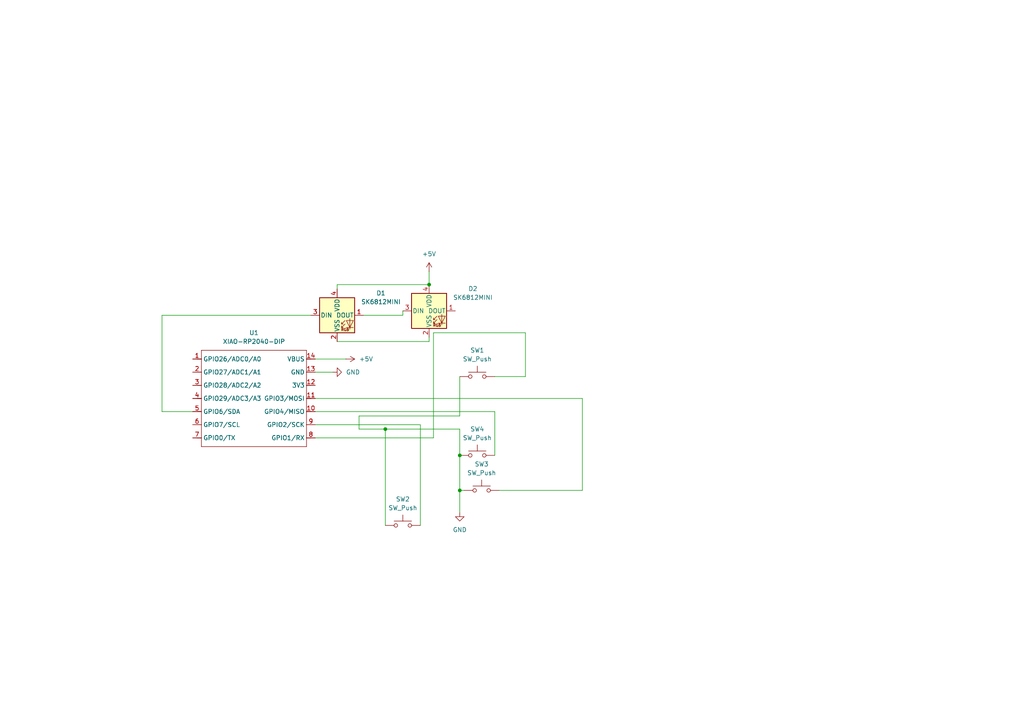
<source format=kicad_sch>
(kicad_sch
	(version 20250114)
	(generator "eeschema")
	(generator_version "9.0")
	(uuid "22054431-2c62-4279-94b2-57ea9823f499")
	(paper "A4")
	(lib_symbols
		(symbol "LED:SK6812MINI"
			(pin_names
				(offset 0.254)
			)
			(exclude_from_sim no)
			(in_bom yes)
			(on_board yes)
			(property "Reference" "D"
				(at 5.08 5.715 0)
				(effects
					(font
						(size 1.27 1.27)
					)
					(justify right bottom)
				)
			)
			(property "Value" "SK6812MINI"
				(at 1.27 -5.715 0)
				(effects
					(font
						(size 1.27 1.27)
					)
					(justify left top)
				)
			)
			(property "Footprint" "LED_SMD:LED_SK6812MINI_PLCC4_3.5x3.5mm_P1.75mm"
				(at 1.27 -7.62 0)
				(effects
					(font
						(size 1.27 1.27)
					)
					(justify left top)
					(hide yes)
				)
			)
			(property "Datasheet" "https://cdn-shop.adafruit.com/product-files/2686/SK6812MINI_REV.01-1-2.pdf"
				(at 2.54 -9.525 0)
				(effects
					(font
						(size 1.27 1.27)
					)
					(justify left top)
					(hide yes)
				)
			)
			(property "Description" "RGB LED with integrated controller"
				(at 0 0 0)
				(effects
					(font
						(size 1.27 1.27)
					)
					(hide yes)
				)
			)
			(property "ki_keywords" "RGB LED NeoPixel Mini addressable"
				(at 0 0 0)
				(effects
					(font
						(size 1.27 1.27)
					)
					(hide yes)
				)
			)
			(property "ki_fp_filters" "LED*SK6812MINI*PLCC*3.5x3.5mm*P1.75mm*"
				(at 0 0 0)
				(effects
					(font
						(size 1.27 1.27)
					)
					(hide yes)
				)
			)
			(symbol "SK6812MINI_0_0"
				(text "RGB"
					(at 2.286 -4.191 0)
					(effects
						(font
							(size 0.762 0.762)
						)
					)
				)
			)
			(symbol "SK6812MINI_0_1"
				(polyline
					(pts
						(xy 1.27 -2.54) (xy 1.778 -2.54)
					)
					(stroke
						(width 0)
						(type default)
					)
					(fill
						(type none)
					)
				)
				(polyline
					(pts
						(xy 1.27 -3.556) (xy 1.778 -3.556)
					)
					(stroke
						(width 0)
						(type default)
					)
					(fill
						(type none)
					)
				)
				(polyline
					(pts
						(xy 2.286 -1.524) (xy 1.27 -2.54) (xy 1.27 -2.032)
					)
					(stroke
						(width 0)
						(type default)
					)
					(fill
						(type none)
					)
				)
				(polyline
					(pts
						(xy 2.286 -2.54) (xy 1.27 -3.556) (xy 1.27 -3.048)
					)
					(stroke
						(width 0)
						(type default)
					)
					(fill
						(type none)
					)
				)
				(polyline
					(pts
						(xy 3.683 -1.016) (xy 3.683 -3.556) (xy 3.683 -4.064)
					)
					(stroke
						(width 0)
						(type default)
					)
					(fill
						(type none)
					)
				)
				(polyline
					(pts
						(xy 4.699 -1.524) (xy 2.667 -1.524) (xy 3.683 -3.556) (xy 4.699 -1.524)
					)
					(stroke
						(width 0)
						(type default)
					)
					(fill
						(type none)
					)
				)
				(polyline
					(pts
						(xy 4.699 -3.556) (xy 2.667 -3.556)
					)
					(stroke
						(width 0)
						(type default)
					)
					(fill
						(type none)
					)
				)
				(rectangle
					(start 5.08 5.08)
					(end -5.08 -5.08)
					(stroke
						(width 0.254)
						(type default)
					)
					(fill
						(type background)
					)
				)
			)
			(symbol "SK6812MINI_1_1"
				(pin input line
					(at -7.62 0 0)
					(length 2.54)
					(name "DIN"
						(effects
							(font
								(size 1.27 1.27)
							)
						)
					)
					(number "3"
						(effects
							(font
								(size 1.27 1.27)
							)
						)
					)
				)
				(pin power_in line
					(at 0 7.62 270)
					(length 2.54)
					(name "VDD"
						(effects
							(font
								(size 1.27 1.27)
							)
						)
					)
					(number "4"
						(effects
							(font
								(size 1.27 1.27)
							)
						)
					)
				)
				(pin power_in line
					(at 0 -7.62 90)
					(length 2.54)
					(name "VSS"
						(effects
							(font
								(size 1.27 1.27)
							)
						)
					)
					(number "2"
						(effects
							(font
								(size 1.27 1.27)
							)
						)
					)
				)
				(pin output line
					(at 7.62 0 180)
					(length 2.54)
					(name "DOUT"
						(effects
							(font
								(size 1.27 1.27)
							)
						)
					)
					(number "1"
						(effects
							(font
								(size 1.27 1.27)
							)
						)
					)
				)
			)
			(embedded_fonts no)
		)
		(symbol "OPL:XIAO-RP2040-DIP"
			(exclude_from_sim no)
			(in_bom yes)
			(on_board yes)
			(property "Reference" "U"
				(at 0 0 0)
				(effects
					(font
						(size 1.27 1.27)
					)
				)
			)
			(property "Value" "XIAO-RP2040-DIP"
				(at 5.334 -1.778 0)
				(effects
					(font
						(size 1.27 1.27)
					)
				)
			)
			(property "Footprint" "Module:MOUDLE14P-XIAO-DIP-SMD"
				(at 14.478 -32.258 0)
				(effects
					(font
						(size 1.27 1.27)
					)
					(hide yes)
				)
			)
			(property "Datasheet" ""
				(at 0 0 0)
				(effects
					(font
						(size 1.27 1.27)
					)
					(hide yes)
				)
			)
			(property "Description" ""
				(at 0 0 0)
				(effects
					(font
						(size 1.27 1.27)
					)
					(hide yes)
				)
			)
			(symbol "XIAO-RP2040-DIP_1_0"
				(polyline
					(pts
						(xy -1.27 -2.54) (xy 29.21 -2.54)
					)
					(stroke
						(width 0.1524)
						(type solid)
					)
					(fill
						(type none)
					)
				)
				(polyline
					(pts
						(xy -1.27 -5.08) (xy -2.54 -5.08)
					)
					(stroke
						(width 0.1524)
						(type solid)
					)
					(fill
						(type none)
					)
				)
				(polyline
					(pts
						(xy -1.27 -5.08) (xy -1.27 -2.54)
					)
					(stroke
						(width 0.1524)
						(type solid)
					)
					(fill
						(type none)
					)
				)
				(polyline
					(pts
						(xy -1.27 -8.89) (xy -2.54 -8.89)
					)
					(stroke
						(width 0.1524)
						(type solid)
					)
					(fill
						(type none)
					)
				)
				(polyline
					(pts
						(xy -1.27 -8.89) (xy -1.27 -5.08)
					)
					(stroke
						(width 0.1524)
						(type solid)
					)
					(fill
						(type none)
					)
				)
				(polyline
					(pts
						(xy -1.27 -12.7) (xy -2.54 -12.7)
					)
					(stroke
						(width 0.1524)
						(type solid)
					)
					(fill
						(type none)
					)
				)
				(polyline
					(pts
						(xy -1.27 -12.7) (xy -1.27 -8.89)
					)
					(stroke
						(width 0.1524)
						(type solid)
					)
					(fill
						(type none)
					)
				)
				(polyline
					(pts
						(xy -1.27 -16.51) (xy -2.54 -16.51)
					)
					(stroke
						(width 0.1524)
						(type solid)
					)
					(fill
						(type none)
					)
				)
				(polyline
					(pts
						(xy -1.27 -16.51) (xy -1.27 -12.7)
					)
					(stroke
						(width 0.1524)
						(type solid)
					)
					(fill
						(type none)
					)
				)
				(polyline
					(pts
						(xy -1.27 -20.32) (xy -2.54 -20.32)
					)
					(stroke
						(width 0.1524)
						(type solid)
					)
					(fill
						(type none)
					)
				)
				(polyline
					(pts
						(xy -1.27 -24.13) (xy -2.54 -24.13)
					)
					(stroke
						(width 0.1524)
						(type solid)
					)
					(fill
						(type none)
					)
				)
				(polyline
					(pts
						(xy -1.27 -27.94) (xy -2.54 -27.94)
					)
					(stroke
						(width 0.1524)
						(type solid)
					)
					(fill
						(type none)
					)
				)
				(polyline
					(pts
						(xy -1.27 -30.48) (xy -1.27 -16.51)
					)
					(stroke
						(width 0.1524)
						(type solid)
					)
					(fill
						(type none)
					)
				)
				(polyline
					(pts
						(xy 29.21 -2.54) (xy 29.21 -5.08)
					)
					(stroke
						(width 0.1524)
						(type solid)
					)
					(fill
						(type none)
					)
				)
				(polyline
					(pts
						(xy 29.21 -5.08) (xy 29.21 -8.89)
					)
					(stroke
						(width 0.1524)
						(type solid)
					)
					(fill
						(type none)
					)
				)
				(polyline
					(pts
						(xy 29.21 -8.89) (xy 29.21 -12.7)
					)
					(stroke
						(width 0.1524)
						(type solid)
					)
					(fill
						(type none)
					)
				)
				(polyline
					(pts
						(xy 29.21 -12.7) (xy 29.21 -30.48)
					)
					(stroke
						(width 0.1524)
						(type solid)
					)
					(fill
						(type none)
					)
				)
				(polyline
					(pts
						(xy 29.21 -30.48) (xy -1.27 -30.48)
					)
					(stroke
						(width 0.1524)
						(type solid)
					)
					(fill
						(type none)
					)
				)
				(polyline
					(pts
						(xy 30.48 -5.08) (xy 29.21 -5.08)
					)
					(stroke
						(width 0.1524)
						(type solid)
					)
					(fill
						(type none)
					)
				)
				(polyline
					(pts
						(xy 30.48 -8.89) (xy 29.21 -8.89)
					)
					(stroke
						(width 0.1524)
						(type solid)
					)
					(fill
						(type none)
					)
				)
				(polyline
					(pts
						(xy 30.48 -12.7) (xy 29.21 -12.7)
					)
					(stroke
						(width 0.1524)
						(type solid)
					)
					(fill
						(type none)
					)
				)
				(polyline
					(pts
						(xy 30.48 -16.51) (xy 29.21 -16.51)
					)
					(stroke
						(width 0.1524)
						(type solid)
					)
					(fill
						(type none)
					)
				)
				(polyline
					(pts
						(xy 30.48 -20.32) (xy 29.21 -20.32)
					)
					(stroke
						(width 0.1524)
						(type solid)
					)
					(fill
						(type none)
					)
				)
				(polyline
					(pts
						(xy 30.48 -24.13) (xy 29.21 -24.13)
					)
					(stroke
						(width 0.1524)
						(type solid)
					)
					(fill
						(type none)
					)
				)
				(polyline
					(pts
						(xy 30.48 -27.94) (xy 29.21 -27.94)
					)
					(stroke
						(width 0.1524)
						(type solid)
					)
					(fill
						(type none)
					)
				)
				(pin passive line
					(at -3.81 -5.08 0)
					(length 2.54)
					(name "GPIO26/ADC0/A0"
						(effects
							(font
								(size 1.27 1.27)
							)
						)
					)
					(number "1"
						(effects
							(font
								(size 1.27 1.27)
							)
						)
					)
				)
				(pin passive line
					(at -3.81 -8.89 0)
					(length 2.54)
					(name "GPIO27/ADC1/A1"
						(effects
							(font
								(size 1.27 1.27)
							)
						)
					)
					(number "2"
						(effects
							(font
								(size 1.27 1.27)
							)
						)
					)
				)
				(pin passive line
					(at -3.81 -12.7 0)
					(length 2.54)
					(name "GPIO28/ADC2/A2"
						(effects
							(font
								(size 1.27 1.27)
							)
						)
					)
					(number "3"
						(effects
							(font
								(size 1.27 1.27)
							)
						)
					)
				)
				(pin passive line
					(at -3.81 -16.51 0)
					(length 2.54)
					(name "GPIO29/ADC3/A3"
						(effects
							(font
								(size 1.27 1.27)
							)
						)
					)
					(number "4"
						(effects
							(font
								(size 1.27 1.27)
							)
						)
					)
				)
				(pin passive line
					(at -3.81 -20.32 0)
					(length 2.54)
					(name "GPIO6/SDA"
						(effects
							(font
								(size 1.27 1.27)
							)
						)
					)
					(number "5"
						(effects
							(font
								(size 1.27 1.27)
							)
						)
					)
				)
				(pin passive line
					(at -3.81 -24.13 0)
					(length 2.54)
					(name "GPIO7/SCL"
						(effects
							(font
								(size 1.27 1.27)
							)
						)
					)
					(number "6"
						(effects
							(font
								(size 1.27 1.27)
							)
						)
					)
				)
				(pin passive line
					(at -3.81 -27.94 0)
					(length 2.54)
					(name "GPIO0/TX"
						(effects
							(font
								(size 1.27 1.27)
							)
						)
					)
					(number "7"
						(effects
							(font
								(size 1.27 1.27)
							)
						)
					)
				)
				(pin passive line
					(at 31.75 -5.08 180)
					(length 2.54)
					(name "VBUS"
						(effects
							(font
								(size 1.27 1.27)
							)
						)
					)
					(number "14"
						(effects
							(font
								(size 1.27 1.27)
							)
						)
					)
				)
				(pin passive line
					(at 31.75 -8.89 180)
					(length 2.54)
					(name "GND"
						(effects
							(font
								(size 1.27 1.27)
							)
						)
					)
					(number "13"
						(effects
							(font
								(size 1.27 1.27)
							)
						)
					)
				)
				(pin passive line
					(at 31.75 -12.7 180)
					(length 2.54)
					(name "3V3"
						(effects
							(font
								(size 1.27 1.27)
							)
						)
					)
					(number "12"
						(effects
							(font
								(size 1.27 1.27)
							)
						)
					)
				)
				(pin passive line
					(at 31.75 -16.51 180)
					(length 2.54)
					(name "GPIO3/MOSI"
						(effects
							(font
								(size 1.27 1.27)
							)
						)
					)
					(number "11"
						(effects
							(font
								(size 1.27 1.27)
							)
						)
					)
				)
				(pin passive line
					(at 31.75 -20.32 180)
					(length 2.54)
					(name "GPIO4/MISO"
						(effects
							(font
								(size 1.27 1.27)
							)
						)
					)
					(number "10"
						(effects
							(font
								(size 1.27 1.27)
							)
						)
					)
				)
				(pin passive line
					(at 31.75 -24.13 180)
					(length 2.54)
					(name "GPIO2/SCK"
						(effects
							(font
								(size 1.27 1.27)
							)
						)
					)
					(number "9"
						(effects
							(font
								(size 1.27 1.27)
							)
						)
					)
				)
				(pin passive line
					(at 31.75 -27.94 180)
					(length 2.54)
					(name "GPIO1/RX"
						(effects
							(font
								(size 1.27 1.27)
							)
						)
					)
					(number "8"
						(effects
							(font
								(size 1.27 1.27)
							)
						)
					)
				)
			)
			(embedded_fonts no)
		)
		(symbol "Switch:SW_Push"
			(pin_numbers
				(hide yes)
			)
			(pin_names
				(offset 1.016)
				(hide yes)
			)
			(exclude_from_sim no)
			(in_bom yes)
			(on_board yes)
			(property "Reference" "SW"
				(at 1.27 2.54 0)
				(effects
					(font
						(size 1.27 1.27)
					)
					(justify left)
				)
			)
			(property "Value" "SW_Push"
				(at 0 -1.524 0)
				(effects
					(font
						(size 1.27 1.27)
					)
				)
			)
			(property "Footprint" ""
				(at 0 5.08 0)
				(effects
					(font
						(size 1.27 1.27)
					)
					(hide yes)
				)
			)
			(property "Datasheet" "~"
				(at 0 5.08 0)
				(effects
					(font
						(size 1.27 1.27)
					)
					(hide yes)
				)
			)
			(property "Description" "Push button switch, generic, two pins"
				(at 0 0 0)
				(effects
					(font
						(size 1.27 1.27)
					)
					(hide yes)
				)
			)
			(property "ki_keywords" "switch normally-open pushbutton push-button"
				(at 0 0 0)
				(effects
					(font
						(size 1.27 1.27)
					)
					(hide yes)
				)
			)
			(symbol "SW_Push_0_1"
				(circle
					(center -2.032 0)
					(radius 0.508)
					(stroke
						(width 0)
						(type default)
					)
					(fill
						(type none)
					)
				)
				(polyline
					(pts
						(xy 0 1.27) (xy 0 3.048)
					)
					(stroke
						(width 0)
						(type default)
					)
					(fill
						(type none)
					)
				)
				(circle
					(center 2.032 0)
					(radius 0.508)
					(stroke
						(width 0)
						(type default)
					)
					(fill
						(type none)
					)
				)
				(polyline
					(pts
						(xy 2.54 1.27) (xy -2.54 1.27)
					)
					(stroke
						(width 0)
						(type default)
					)
					(fill
						(type none)
					)
				)
				(pin passive line
					(at -5.08 0 0)
					(length 2.54)
					(name "1"
						(effects
							(font
								(size 1.27 1.27)
							)
						)
					)
					(number "1"
						(effects
							(font
								(size 1.27 1.27)
							)
						)
					)
				)
				(pin passive line
					(at 5.08 0 180)
					(length 2.54)
					(name "2"
						(effects
							(font
								(size 1.27 1.27)
							)
						)
					)
					(number "2"
						(effects
							(font
								(size 1.27 1.27)
							)
						)
					)
				)
			)
			(embedded_fonts no)
		)
		(symbol "power:+5V"
			(power)
			(pin_numbers
				(hide yes)
			)
			(pin_names
				(offset 0)
				(hide yes)
			)
			(exclude_from_sim no)
			(in_bom yes)
			(on_board yes)
			(property "Reference" "#PWR"
				(at 0 -3.81 0)
				(effects
					(font
						(size 1.27 1.27)
					)
					(hide yes)
				)
			)
			(property "Value" "+5V"
				(at 0 3.556 0)
				(effects
					(font
						(size 1.27 1.27)
					)
				)
			)
			(property "Footprint" ""
				(at 0 0 0)
				(effects
					(font
						(size 1.27 1.27)
					)
					(hide yes)
				)
			)
			(property "Datasheet" ""
				(at 0 0 0)
				(effects
					(font
						(size 1.27 1.27)
					)
					(hide yes)
				)
			)
			(property "Description" "Power symbol creates a global label with name \"+5V\""
				(at 0 0 0)
				(effects
					(font
						(size 1.27 1.27)
					)
					(hide yes)
				)
			)
			(property "ki_keywords" "global power"
				(at 0 0 0)
				(effects
					(font
						(size 1.27 1.27)
					)
					(hide yes)
				)
			)
			(symbol "+5V_0_1"
				(polyline
					(pts
						(xy -0.762 1.27) (xy 0 2.54)
					)
					(stroke
						(width 0)
						(type default)
					)
					(fill
						(type none)
					)
				)
				(polyline
					(pts
						(xy 0 2.54) (xy 0.762 1.27)
					)
					(stroke
						(width 0)
						(type default)
					)
					(fill
						(type none)
					)
				)
				(polyline
					(pts
						(xy 0 0) (xy 0 2.54)
					)
					(stroke
						(width 0)
						(type default)
					)
					(fill
						(type none)
					)
				)
			)
			(symbol "+5V_1_1"
				(pin power_in line
					(at 0 0 90)
					(length 0)
					(name "~"
						(effects
							(font
								(size 1.27 1.27)
							)
						)
					)
					(number "1"
						(effects
							(font
								(size 1.27 1.27)
							)
						)
					)
				)
			)
			(embedded_fonts no)
		)
		(symbol "power:GND"
			(power)
			(pin_numbers
				(hide yes)
			)
			(pin_names
				(offset 0)
				(hide yes)
			)
			(exclude_from_sim no)
			(in_bom yes)
			(on_board yes)
			(property "Reference" "#PWR"
				(at 0 -6.35 0)
				(effects
					(font
						(size 1.27 1.27)
					)
					(hide yes)
				)
			)
			(property "Value" "GND"
				(at 0 -3.81 0)
				(effects
					(font
						(size 1.27 1.27)
					)
				)
			)
			(property "Footprint" ""
				(at 0 0 0)
				(effects
					(font
						(size 1.27 1.27)
					)
					(hide yes)
				)
			)
			(property "Datasheet" ""
				(at 0 0 0)
				(effects
					(font
						(size 1.27 1.27)
					)
					(hide yes)
				)
			)
			(property "Description" "Power symbol creates a global label with name \"GND\" , ground"
				(at 0 0 0)
				(effects
					(font
						(size 1.27 1.27)
					)
					(hide yes)
				)
			)
			(property "ki_keywords" "global power"
				(at 0 0 0)
				(effects
					(font
						(size 1.27 1.27)
					)
					(hide yes)
				)
			)
			(symbol "GND_0_1"
				(polyline
					(pts
						(xy 0 0) (xy 0 -1.27) (xy 1.27 -1.27) (xy 0 -2.54) (xy -1.27 -1.27) (xy 0 -1.27)
					)
					(stroke
						(width 0)
						(type default)
					)
					(fill
						(type none)
					)
				)
			)
			(symbol "GND_1_1"
				(pin power_in line
					(at 0 0 270)
					(length 0)
					(name "~"
						(effects
							(font
								(size 1.27 1.27)
							)
						)
					)
					(number "1"
						(effects
							(font
								(size 1.27 1.27)
							)
						)
					)
				)
			)
			(embedded_fonts no)
		)
	)
	(junction
		(at 133.35 142.24)
		(diameter 0)
		(color 0 0 0 0)
		(uuid "02cd4e90-ee5c-440b-b382-4200980a3e9c")
	)
	(junction
		(at 124.46 82.55)
		(diameter 0)
		(color 0 0 0 0)
		(uuid "57089cc0-5c16-4709-add5-c282c9bcd1f9")
	)
	(junction
		(at 133.35 132.08)
		(diameter 0)
		(color 0 0 0 0)
		(uuid "63c155e1-3163-475f-99dd-24d24da521aa")
	)
	(junction
		(at 111.76 124.46)
		(diameter 0)
		(color 0 0 0 0)
		(uuid "7bed97ab-89b8-416c-96db-2c0ad06ce54e")
	)
	(wire
		(pts
			(xy 133.35 142.24) (xy 133.35 148.59)
		)
		(stroke
			(width 0)
			(type default)
		)
		(uuid "011e82bb-0950-44c4-8e49-f883465e5170")
	)
	(wire
		(pts
			(xy 46.99 119.38) (xy 55.88 119.38)
		)
		(stroke
			(width 0)
			(type default)
		)
		(uuid "014b0fe4-6b47-464b-bb7c-36e1f9d6cb8d")
	)
	(wire
		(pts
			(xy 91.44 107.95) (xy 96.52 107.95)
		)
		(stroke
			(width 0)
			(type default)
		)
		(uuid "040bfa56-ae9f-40da-b458-2c3af7d693fe")
	)
	(wire
		(pts
			(xy 152.4 96.52) (xy 125.73 96.52)
		)
		(stroke
			(width 0)
			(type default)
		)
		(uuid "0af9fbf5-6f4c-44d8-b90a-b356e298b601")
	)
	(wire
		(pts
			(xy 97.79 83.82) (xy 97.79 82.55)
		)
		(stroke
			(width 0)
			(type default)
		)
		(uuid "1073bd99-ec42-4da3-8ce5-607a75f66496")
	)
	(wire
		(pts
			(xy 133.35 124.46) (xy 133.35 132.08)
		)
		(stroke
			(width 0)
			(type default)
		)
		(uuid "12efa953-ec78-433a-b47d-ab767975c232")
	)
	(wire
		(pts
			(xy 104.14 120.65) (xy 104.14 124.46)
		)
		(stroke
			(width 0)
			(type default)
		)
		(uuid "1e9c91e1-fa4a-4cce-a696-f9db89a3884c")
	)
	(wire
		(pts
			(xy 91.44 104.14) (xy 100.33 104.14)
		)
		(stroke
			(width 0)
			(type default)
		)
		(uuid "25693899-f6e4-45de-85f8-d08186be33da")
	)
	(wire
		(pts
			(xy 97.79 99.06) (xy 124.46 99.06)
		)
		(stroke
			(width 0)
			(type default)
		)
		(uuid "25fdc344-24fd-46be-9358-05bda36c7fa5")
	)
	(wire
		(pts
			(xy 168.91 142.24) (xy 168.91 115.57)
		)
		(stroke
			(width 0)
			(type default)
		)
		(uuid "26d826a1-d622-40e0-8a86-b6ee0e33e9fa")
	)
	(wire
		(pts
			(xy 121.92 152.4) (xy 121.92 123.19)
		)
		(stroke
			(width 0)
			(type default)
		)
		(uuid "2aa37802-8c99-4653-91fb-42efeb65ec65")
	)
	(wire
		(pts
			(xy 124.46 78.74) (xy 124.46 82.55)
		)
		(stroke
			(width 0)
			(type default)
		)
		(uuid "2b5d4609-766c-4f06-9ce4-b7512424aa52")
	)
	(wire
		(pts
			(xy 125.73 127) (xy 91.44 127)
		)
		(stroke
			(width 0)
			(type default)
		)
		(uuid "2bc96e95-9927-4003-a72d-c4c7822dca12")
	)
	(wire
		(pts
			(xy 125.73 96.52) (xy 125.73 127)
		)
		(stroke
			(width 0)
			(type default)
		)
		(uuid "2bf7fc33-afc9-4c80-bc8b-6ebf03fa47b6")
	)
	(wire
		(pts
			(xy 97.79 82.55) (xy 124.46 82.55)
		)
		(stroke
			(width 0)
			(type default)
		)
		(uuid "33b56b9f-8973-497a-bbab-6fc01cea6880")
	)
	(wire
		(pts
			(xy 90.17 91.44) (xy 46.99 91.44)
		)
		(stroke
			(width 0)
			(type default)
		)
		(uuid "3467ff73-2e99-4f7f-b6b6-61df934f2a26")
	)
	(wire
		(pts
			(xy 46.99 91.44) (xy 46.99 119.38)
		)
		(stroke
			(width 0)
			(type default)
		)
		(uuid "3cd3da09-acaf-409f-bb9a-f31c4fd6f112")
	)
	(wire
		(pts
			(xy 121.92 123.19) (xy 91.44 123.19)
		)
		(stroke
			(width 0)
			(type default)
		)
		(uuid "3d2a0850-9492-4a18-b26f-a99b4a7cd2b1")
	)
	(wire
		(pts
			(xy 143.51 109.22) (xy 152.4 109.22)
		)
		(stroke
			(width 0)
			(type default)
		)
		(uuid "402eeda8-d8d0-4ef2-b473-1a2652fa02cd")
	)
	(wire
		(pts
			(xy 124.46 99.06) (xy 124.46 97.79)
		)
		(stroke
			(width 0)
			(type default)
		)
		(uuid "64421799-69f8-4112-b533-1db2f7add783")
	)
	(wire
		(pts
			(xy 105.41 91.44) (xy 116.84 91.44)
		)
		(stroke
			(width 0)
			(type default)
		)
		(uuid "90d314d9-5577-4faa-ac97-dd22bf854969")
	)
	(wire
		(pts
			(xy 133.35 142.24) (xy 134.62 142.24)
		)
		(stroke
			(width 0)
			(type default)
		)
		(uuid "93b25110-7d06-4240-ad54-2390adf7303f")
	)
	(wire
		(pts
			(xy 168.91 115.57) (xy 91.44 115.57)
		)
		(stroke
			(width 0)
			(type default)
		)
		(uuid "a12c3bd1-ee6b-448b-a15a-6a092bb35d3c")
	)
	(wire
		(pts
			(xy 111.76 124.46) (xy 133.35 124.46)
		)
		(stroke
			(width 0)
			(type default)
		)
		(uuid "aa03a123-8a04-4138-9a5e-47345d0b8936")
	)
	(wire
		(pts
			(xy 104.14 120.65) (xy 133.35 120.65)
		)
		(stroke
			(width 0)
			(type default)
		)
		(uuid "acf3d466-3518-4e4b-9df1-87de30b3114c")
	)
	(wire
		(pts
			(xy 133.35 132.08) (xy 133.35 142.24)
		)
		(stroke
			(width 0)
			(type default)
		)
		(uuid "ade01f59-7467-43fa-85de-374dfd592f29")
	)
	(wire
		(pts
			(xy 133.35 120.65) (xy 133.35 109.22)
		)
		(stroke
			(width 0)
			(type default)
		)
		(uuid "b5df6d89-549e-4899-a65c-c8d2845fb2b0")
	)
	(wire
		(pts
			(xy 143.51 132.08) (xy 143.51 119.38)
		)
		(stroke
			(width 0)
			(type default)
		)
		(uuid "be63e6f1-9473-4920-95c2-d1f8e4ed33d9")
	)
	(wire
		(pts
			(xy 116.84 91.44) (xy 116.84 90.17)
		)
		(stroke
			(width 0)
			(type default)
		)
		(uuid "cd9852b0-f602-44c3-b3db-a6b2edbf9e9b")
	)
	(wire
		(pts
			(xy 111.76 124.46) (xy 104.14 124.46)
		)
		(stroke
			(width 0)
			(type default)
		)
		(uuid "d09a1709-2a4e-4929-bbca-3dc882af26fb")
	)
	(wire
		(pts
			(xy 152.4 109.22) (xy 152.4 96.52)
		)
		(stroke
			(width 0)
			(type default)
		)
		(uuid "e1e2f916-6a4d-4430-96c5-931ad19027d0")
	)
	(wire
		(pts
			(xy 111.76 152.4) (xy 111.76 124.46)
		)
		(stroke
			(width 0)
			(type default)
		)
		(uuid "ece8b38e-2e4a-4104-9a5a-e8272331732b")
	)
	(wire
		(pts
			(xy 143.51 119.38) (xy 91.44 119.38)
		)
		(stroke
			(width 0)
			(type default)
		)
		(uuid "f947497a-7512-4b47-b60a-3a19c2b94bcb")
	)
	(wire
		(pts
			(xy 144.78 142.24) (xy 168.91 142.24)
		)
		(stroke
			(width 0)
			(type default)
		)
		(uuid "fba3dfeb-ec17-4763-8144-6062e1d30962")
	)
	(symbol
		(lib_id "Switch:SW_Push")
		(at 139.7 142.24 0)
		(unit 1)
		(exclude_from_sim no)
		(in_bom yes)
		(on_board yes)
		(dnp no)
		(fields_autoplaced yes)
		(uuid "15ce7b0c-fdff-45ec-96fb-368761010c61")
		(property "Reference" "SW3"
			(at 139.7 134.62 0)
			(effects
				(font
					(size 1.27 1.27)
				)
			)
		)
		(property "Value" "SW_Push"
			(at 139.7 137.16 0)
			(effects
				(font
					(size 1.27 1.27)
				)
			)
		)
		(property "Footprint" "Button_Switch_Keyboard:SW_Cherry_MX_1.00u_PCB"
			(at 139.7 137.16 0)
			(effects
				(font
					(size 1.27 1.27)
				)
				(hide yes)
			)
		)
		(property "Datasheet" "~"
			(at 139.7 137.16 0)
			(effects
				(font
					(size 1.27 1.27)
				)
				(hide yes)
			)
		)
		(property "Description" "Push button switch, generic, two pins"
			(at 139.7 142.24 0)
			(effects
				(font
					(size 1.27 1.27)
				)
				(hide yes)
			)
		)
		(pin "2"
			(uuid "10aec0a8-4452-4c9f-8ce4-7c35114d06ad")
		)
		(pin "1"
			(uuid "9753e947-d093-4dc8-abf6-234d50178a89")
		)
		(instances
			(project ""
				(path "/22054431-2c62-4279-94b2-57ea9823f499"
					(reference "SW3")
					(unit 1)
				)
			)
		)
	)
	(symbol
		(lib_id "LED:SK6812MINI")
		(at 97.79 91.44 0)
		(unit 1)
		(exclude_from_sim no)
		(in_bom yes)
		(on_board yes)
		(dnp no)
		(fields_autoplaced yes)
		(uuid "27130333-661c-45d4-8396-334318b1f9eb")
		(property "Reference" "D1"
			(at 110.49 85.0198 0)
			(effects
				(font
					(size 1.27 1.27)
				)
			)
		)
		(property "Value" "SK6812MINI"
			(at 110.49 87.5598 0)
			(effects
				(font
					(size 1.27 1.27)
				)
			)
		)
		(property "Footprint" "LED_SMD:LED_SK6812MINI_PLCC4_3.5x3.5mm_P1.75mm"
			(at 99.06 99.06 0)
			(effects
				(font
					(size 1.27 1.27)
				)
				(justify left top)
				(hide yes)
			)
		)
		(property "Datasheet" "https://cdn-shop.adafruit.com/product-files/2686/SK6812MINI_REV.01-1-2.pdf"
			(at 100.33 100.965 0)
			(effects
				(font
					(size 1.27 1.27)
				)
				(justify left top)
				(hide yes)
			)
		)
		(property "Description" "RGB LED with integrated controller"
			(at 97.79 91.44 0)
			(effects
				(font
					(size 1.27 1.27)
				)
				(hide yes)
			)
		)
		(pin "4"
			(uuid "1fed485c-1546-4c58-94c0-ea1efc31326e")
		)
		(pin "3"
			(uuid "8bf245af-ee2d-4e7e-8578-86af6b2b5883")
		)
		(pin "2"
			(uuid "6e2515be-148e-497f-9793-acbe03502a70")
		)
		(pin "1"
			(uuid "049947e7-6add-4afc-a417-6d1b78dcc588")
		)
		(instances
			(project "macropad"
				(path "/22054431-2c62-4279-94b2-57ea9823f499"
					(reference "D1")
					(unit 1)
				)
			)
		)
	)
	(symbol
		(lib_id "power:+5V")
		(at 100.33 104.14 270)
		(unit 1)
		(exclude_from_sim no)
		(in_bom yes)
		(on_board yes)
		(dnp no)
		(fields_autoplaced yes)
		(uuid "70c75e8e-30d5-45df-95a3-b0dbf53fcc27")
		(property "Reference" "#PWR02"
			(at 96.52 104.14 0)
			(effects
				(font
					(size 1.27 1.27)
				)
				(hide yes)
			)
		)
		(property "Value" "+5V"
			(at 104.14 104.1399 90)
			(effects
				(font
					(size 1.27 1.27)
				)
				(justify left)
			)
		)
		(property "Footprint" ""
			(at 100.33 104.14 0)
			(effects
				(font
					(size 1.27 1.27)
				)
				(hide yes)
			)
		)
		(property "Datasheet" ""
			(at 100.33 104.14 0)
			(effects
				(font
					(size 1.27 1.27)
				)
				(hide yes)
			)
		)
		(property "Description" "Power symbol creates a global label with name \"+5V\""
			(at 100.33 104.14 0)
			(effects
				(font
					(size 1.27 1.27)
				)
				(hide yes)
			)
		)
		(pin "1"
			(uuid "9807148d-83bc-4b54-b411-dc8971db407f")
		)
		(instances
			(project ""
				(path "/22054431-2c62-4279-94b2-57ea9823f499"
					(reference "#PWR02")
					(unit 1)
				)
			)
		)
	)
	(symbol
		(lib_id "Switch:SW_Push")
		(at 138.43 109.22 0)
		(unit 1)
		(exclude_from_sim no)
		(in_bom yes)
		(on_board yes)
		(dnp no)
		(fields_autoplaced yes)
		(uuid "8e7ff4f3-fd25-4d71-ab3e-90148bb9ae7d")
		(property "Reference" "SW1"
			(at 138.43 101.6 0)
			(effects
				(font
					(size 1.27 1.27)
				)
			)
		)
		(property "Value" "SW_Push"
			(at 138.43 104.14 0)
			(effects
				(font
					(size 1.27 1.27)
				)
			)
		)
		(property "Footprint" "Button_Switch_Keyboard:SW_Cherry_MX_1.00u_PCB"
			(at 138.43 104.14 0)
			(effects
				(font
					(size 1.27 1.27)
				)
				(hide yes)
			)
		)
		(property "Datasheet" "~"
			(at 138.43 104.14 0)
			(effects
				(font
					(size 1.27 1.27)
				)
				(hide yes)
			)
		)
		(property "Description" "Push button switch, generic, two pins"
			(at 138.43 109.22 0)
			(effects
				(font
					(size 1.27 1.27)
				)
				(hide yes)
			)
		)
		(pin "2"
			(uuid "1f04ca7a-cf30-416b-b340-74ab81f6b933")
		)
		(pin "1"
			(uuid "440f8019-e904-49c7-aaa8-f4f6475a0832")
		)
		(instances
			(project ""
				(path "/22054431-2c62-4279-94b2-57ea9823f499"
					(reference "SW1")
					(unit 1)
				)
			)
		)
	)
	(symbol
		(lib_id "power:+5V")
		(at 124.46 78.74 0)
		(unit 1)
		(exclude_from_sim no)
		(in_bom yes)
		(on_board yes)
		(dnp no)
		(fields_autoplaced yes)
		(uuid "a458fe93-c07e-4434-9389-9330030e2e32")
		(property "Reference" "#PWR01"
			(at 124.46 82.55 0)
			(effects
				(font
					(size 1.27 1.27)
				)
				(hide yes)
			)
		)
		(property "Value" "+5V"
			(at 124.46 73.66 0)
			(effects
				(font
					(size 1.27 1.27)
				)
			)
		)
		(property "Footprint" ""
			(at 124.46 78.74 0)
			(effects
				(font
					(size 1.27 1.27)
				)
				(hide yes)
			)
		)
		(property "Datasheet" ""
			(at 124.46 78.74 0)
			(effects
				(font
					(size 1.27 1.27)
				)
				(hide yes)
			)
		)
		(property "Description" "Power symbol creates a global label with name \"+5V\""
			(at 124.46 78.74 0)
			(effects
				(font
					(size 1.27 1.27)
				)
				(hide yes)
			)
		)
		(pin "1"
			(uuid "8587b275-3f6d-4e57-bfe9-eb17d213abe7")
		)
		(instances
			(project ""
				(path "/22054431-2c62-4279-94b2-57ea9823f499"
					(reference "#PWR01")
					(unit 1)
				)
			)
		)
	)
	(symbol
		(lib_id "power:GND")
		(at 96.52 107.95 90)
		(unit 1)
		(exclude_from_sim no)
		(in_bom yes)
		(on_board yes)
		(dnp no)
		(fields_autoplaced yes)
		(uuid "a5a18fb5-fe38-4282-a7fd-2a4f476d6af3")
		(property "Reference" "#PWR03"
			(at 102.87 107.95 0)
			(effects
				(font
					(size 1.27 1.27)
				)
				(hide yes)
			)
		)
		(property "Value" "GND"
			(at 100.33 107.9499 90)
			(effects
				(font
					(size 1.27 1.27)
				)
				(justify right)
			)
		)
		(property "Footprint" ""
			(at 96.52 107.95 0)
			(effects
				(font
					(size 1.27 1.27)
				)
				(hide yes)
			)
		)
		(property "Datasheet" ""
			(at 96.52 107.95 0)
			(effects
				(font
					(size 1.27 1.27)
				)
				(hide yes)
			)
		)
		(property "Description" "Power symbol creates a global label with name \"GND\" , ground"
			(at 96.52 107.95 0)
			(effects
				(font
					(size 1.27 1.27)
				)
				(hide yes)
			)
		)
		(pin "1"
			(uuid "1228660d-aefb-4fef-9be1-e8673ab1b8d5")
		)
		(instances
			(project ""
				(path "/22054431-2c62-4279-94b2-57ea9823f499"
					(reference "#PWR03")
					(unit 1)
				)
			)
		)
	)
	(symbol
		(lib_id "Switch:SW_Push")
		(at 116.84 152.4 0)
		(unit 1)
		(exclude_from_sim no)
		(in_bom yes)
		(on_board yes)
		(dnp no)
		(fields_autoplaced yes)
		(uuid "a721bcfd-9f57-46de-8bd6-09f2ad96827d")
		(property "Reference" "SW2"
			(at 116.84 144.78 0)
			(effects
				(font
					(size 1.27 1.27)
				)
			)
		)
		(property "Value" "SW_Push"
			(at 116.84 147.32 0)
			(effects
				(font
					(size 1.27 1.27)
				)
			)
		)
		(property "Footprint" "Button_Switch_Keyboard:SW_Cherry_MX_1.00u_PCB"
			(at 116.84 147.32 0)
			(effects
				(font
					(size 1.27 1.27)
				)
				(hide yes)
			)
		)
		(property "Datasheet" "~"
			(at 116.84 147.32 0)
			(effects
				(font
					(size 1.27 1.27)
				)
				(hide yes)
			)
		)
		(property "Description" "Push button switch, generic, two pins"
			(at 116.84 152.4 0)
			(effects
				(font
					(size 1.27 1.27)
				)
				(hide yes)
			)
		)
		(pin "2"
			(uuid "65f73d6f-f077-49ad-8c35-0ce3bd4ca159")
		)
		(pin "1"
			(uuid "1e30688f-0b99-4911-81df-85f0048b7b0c")
		)
		(instances
			(project ""
				(path "/22054431-2c62-4279-94b2-57ea9823f499"
					(reference "SW2")
					(unit 1)
				)
			)
		)
	)
	(symbol
		(lib_id "power:GND")
		(at 133.35 148.59 0)
		(unit 1)
		(exclude_from_sim no)
		(in_bom yes)
		(on_board yes)
		(dnp no)
		(fields_autoplaced yes)
		(uuid "a97385bb-155b-4a2d-b3e9-bd0175b90426")
		(property "Reference" "#PWR04"
			(at 133.35 154.94 0)
			(effects
				(font
					(size 1.27 1.27)
				)
				(hide yes)
			)
		)
		(property "Value" "GND"
			(at 133.35 153.67 0)
			(effects
				(font
					(size 1.27 1.27)
				)
			)
		)
		(property "Footprint" ""
			(at 133.35 148.59 0)
			(effects
				(font
					(size 1.27 1.27)
				)
				(hide yes)
			)
		)
		(property "Datasheet" ""
			(at 133.35 148.59 0)
			(effects
				(font
					(size 1.27 1.27)
				)
				(hide yes)
			)
		)
		(property "Description" "Power symbol creates a global label with name \"GND\" , ground"
			(at 133.35 148.59 0)
			(effects
				(font
					(size 1.27 1.27)
				)
				(hide yes)
			)
		)
		(pin "1"
			(uuid "3888197f-3593-41d2-95ae-c37b52409f76")
		)
		(instances
			(project ""
				(path "/22054431-2c62-4279-94b2-57ea9823f499"
					(reference "#PWR04")
					(unit 1)
				)
			)
		)
	)
	(symbol
		(lib_id "Switch:SW_Push")
		(at 138.43 132.08 0)
		(unit 1)
		(exclude_from_sim no)
		(in_bom yes)
		(on_board yes)
		(dnp no)
		(fields_autoplaced yes)
		(uuid "c5ec3fbe-3cc8-4208-8bcf-216e42a165df")
		(property "Reference" "SW4"
			(at 138.43 124.46 0)
			(effects
				(font
					(size 1.27 1.27)
				)
			)
		)
		(property "Value" "SW_Push"
			(at 138.43 127 0)
			(effects
				(font
					(size 1.27 1.27)
				)
			)
		)
		(property "Footprint" "Button_Switch_Keyboard:SW_Cherry_MX_1.00u_PCB"
			(at 138.43 127 0)
			(effects
				(font
					(size 1.27 1.27)
				)
				(hide yes)
			)
		)
		(property "Datasheet" "~"
			(at 138.43 127 0)
			(effects
				(font
					(size 1.27 1.27)
				)
				(hide yes)
			)
		)
		(property "Description" "Push button switch, generic, two pins"
			(at 138.43 132.08 0)
			(effects
				(font
					(size 1.27 1.27)
				)
				(hide yes)
			)
		)
		(pin "1"
			(uuid "ac57f31d-fb0c-42b7-805c-9df44af1c25c")
		)
		(pin "2"
			(uuid "dc6ab757-d7fa-417c-8839-db36843e5b51")
		)
		(instances
			(project ""
				(path "/22054431-2c62-4279-94b2-57ea9823f499"
					(reference "SW4")
					(unit 1)
				)
			)
		)
	)
	(symbol
		(lib_id "OPL:XIAO-RP2040-DIP")
		(at 59.69 99.06 0)
		(unit 1)
		(exclude_from_sim no)
		(in_bom yes)
		(on_board yes)
		(dnp no)
		(fields_autoplaced yes)
		(uuid "ce7d980c-8105-46e6-9e7d-dd267b8a2218")
		(property "Reference" "U1"
			(at 73.66 96.52 0)
			(effects
				(font
					(size 1.27 1.27)
				)
			)
		)
		(property "Value" "XIAO-RP2040-DIP"
			(at 73.66 99.06 0)
			(effects
				(font
					(size 1.27 1.27)
				)
			)
		)
		(property "Footprint" "OPL:XIAO-RP2040-DIP"
			(at 74.168 131.318 0)
			(effects
				(font
					(size 1.27 1.27)
				)
				(hide yes)
			)
		)
		(property "Datasheet" ""
			(at 59.69 99.06 0)
			(effects
				(font
					(size 1.27 1.27)
				)
				(hide yes)
			)
		)
		(property "Description" ""
			(at 59.69 99.06 0)
			(effects
				(font
					(size 1.27 1.27)
				)
				(hide yes)
			)
		)
		(pin "4"
			(uuid "51a6a038-6222-484d-afb1-06060ef8b086")
		)
		(pin "11"
			(uuid "b47b0791-bb90-460e-8e59-4461bc8c486d")
		)
		(pin "12"
			(uuid "1d0c1c5d-8958-4995-8202-d502cbe146e4")
		)
		(pin "5"
			(uuid "fa7cee4c-30c9-475f-af58-19854e20e85f")
		)
		(pin "9"
			(uuid "cae26e9b-1c19-4e1d-a9d7-52f91b96a788")
		)
		(pin "7"
			(uuid "71e6c93f-4bb8-41cf-812b-a9637f98667b")
		)
		(pin "13"
			(uuid "bdf3fced-8f06-43bb-ab4e-494fd8ed8681")
		)
		(pin "2"
			(uuid "a37701b4-8700-42ad-98ed-d643d75270e3")
		)
		(pin "6"
			(uuid "f8a78953-0107-4581-8992-5668669776ed")
		)
		(pin "14"
			(uuid "5bbceb5d-b842-4afd-bbac-7aa7b3fde049")
		)
		(pin "3"
			(uuid "98d042f2-836c-49a2-a4da-abd8fbd67605")
		)
		(pin "10"
			(uuid "d11127ba-b014-4ced-aa11-9749c1102335")
		)
		(pin "8"
			(uuid "11d45504-e070-4ccc-9ecb-f36023789327")
		)
		(pin "1"
			(uuid "a2562abb-8b2e-4a6f-bd24-4f74bf2b392c")
		)
		(instances
			(project ""
				(path "/22054431-2c62-4279-94b2-57ea9823f499"
					(reference "U1")
					(unit 1)
				)
			)
		)
	)
	(symbol
		(lib_id "LED:SK6812MINI")
		(at 124.46 90.17 0)
		(unit 1)
		(exclude_from_sim no)
		(in_bom yes)
		(on_board yes)
		(dnp no)
		(fields_autoplaced yes)
		(uuid "ec1bcba4-a889-45b1-88c1-81bb553c9f5e")
		(property "Reference" "D2"
			(at 137.16 83.7498 0)
			(effects
				(font
					(size 1.27 1.27)
				)
			)
		)
		(property "Value" "SK6812MINI"
			(at 137.16 86.2898 0)
			(effects
				(font
					(size 1.27 1.27)
				)
			)
		)
		(property "Footprint" "LED_SMD:LED_SK6812MINI_PLCC4_3.5x3.5mm_P1.75mm"
			(at 125.73 97.79 0)
			(effects
				(font
					(size 1.27 1.27)
				)
				(justify left top)
				(hide yes)
			)
		)
		(property "Datasheet" "https://cdn-shop.adafruit.com/product-files/2686/SK6812MINI_REV.01-1-2.pdf"
			(at 127 99.695 0)
			(effects
				(font
					(size 1.27 1.27)
				)
				(justify left top)
				(hide yes)
			)
		)
		(property "Description" "RGB LED with integrated controller"
			(at 124.46 90.17 0)
			(effects
				(font
					(size 1.27 1.27)
				)
				(hide yes)
			)
		)
		(pin "4"
			(uuid "1b86f28b-5733-4478-a91e-418b0c7ae296")
		)
		(pin "3"
			(uuid "ae416b49-b661-46a0-93cb-a2315ff41823")
		)
		(pin "2"
			(uuid "f24186bf-fa01-48e4-92dd-72ce395e932b")
		)
		(pin "1"
			(uuid "eb1c272b-db84-4c3e-ae5a-f3c05a4453d8")
		)
		(instances
			(project ""
				(path "/22054431-2c62-4279-94b2-57ea9823f499"
					(reference "D2")
					(unit 1)
				)
			)
		)
	)
	(sheet_instances
		(path "/"
			(page "1")
		)
	)
	(embedded_fonts no)
)

</source>
